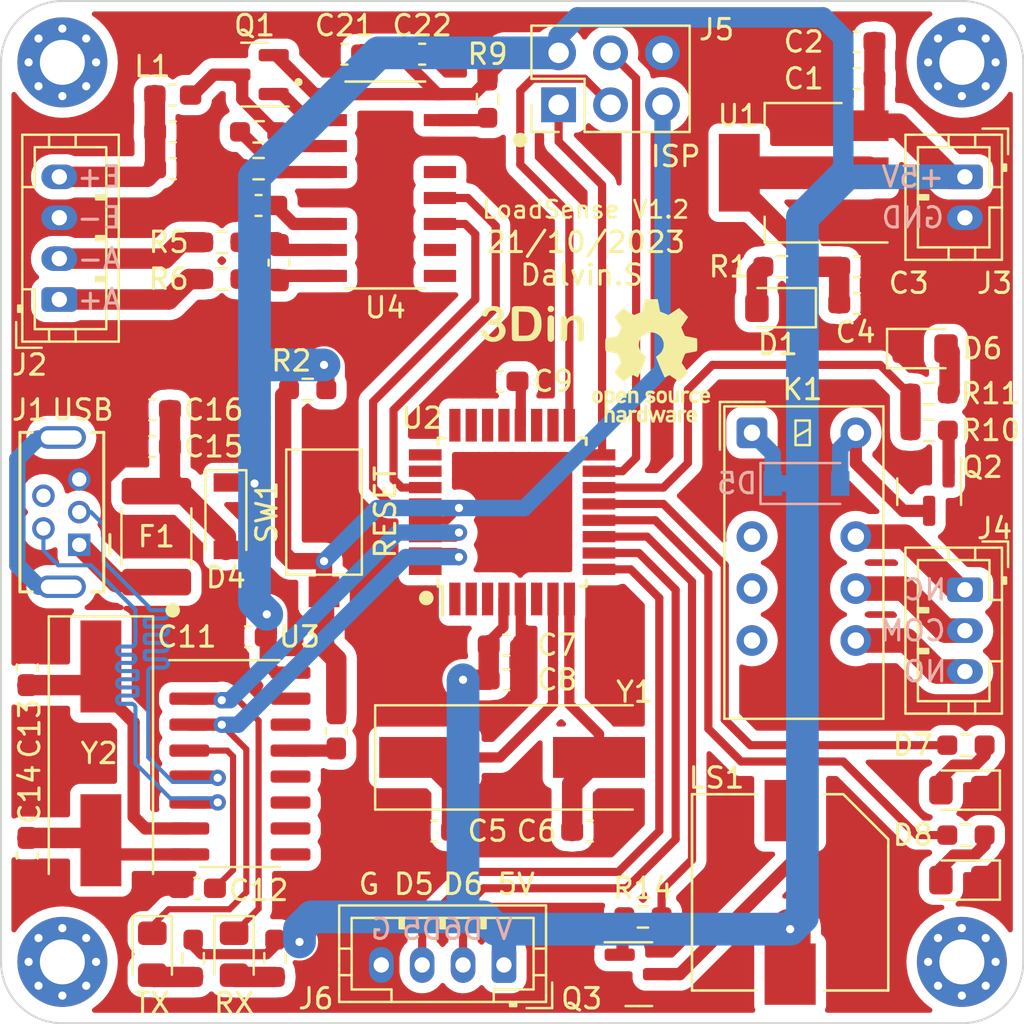
<source format=kicad_pcb>
(kicad_pcb (version 20211014) (generator pcbnew)
  (layers (0 "F.Cu" signal) (31 "B.Cu" signal) (34 "B.Paste" user) (35 "F.Paste" user) (36 "B.SilkS" user "B.Silkscreen") (37 "F.SilkS" user "F.Silkscreen") (38 "B.Mask" user) (39 "F.Mask" user) (44 "Edge.Cuts" user))
  (net 0 "")
  (net 1 "GND")
  (net 2 "+3.3V")
  (net 3 "+5V")
  (net 4 "D3")
  (net 5 "D4")
  (net 6 "PE4")
  (net 7 "PE5")
  (net 8 "Net-(C5-Pad2)")
  (net 9 "Net-(C6-Pad2)")
  (net 10 "D5")
  (net 11 "D6")
  (net 16 "D7")
  (net 19 "D8")
  (net 20 "Net-(C17-Pad2)")
  (net 21 "Net-(C19-Pad2)")
  (net 22 "Net-(C20-Pad1)")
  (net 23 "Net-(C20-Pad2)")
  (net 24 "Net-(J2-Pad1)")
  (net 25 "Net-(J2-Pad2)")
  (net 26 "Net-(L1-Pad2)")
  (net 27 "Net-(Q1-Pad1)")
  (net 30 "Net-(R7-Pad2)")
  (net 31 "Net-(R9-Pad2)")
  (net 33 "D9")
  (net 34 "D10")
  (net 35 "MOSI")
  (net 36 "MISO")
  (net 37 "SCK")
  (net 38 "PE0")
  (net 39 "A6")
  (net 40 "Net-(C9-Pad1)")
  (net 41 "PE2")
  (net 42 "A7")
  (net 43 "A0")
  (net 44 "A1")
  (net 45 "A2")
  (net 46 "A3")
  (net 47 "SDA_A4")
  (net 48 "SCL_A5")
  (net 49 "RST")
  (net 50 "RXD")
  (net 51 "TXD")
  (net 52 "D2")
  (net 53 "VBUS")
  (net 54 "Net-(C12-Pad1)")
  (net 55 "Net-(D1-Pad2)")
  (net 56 "Net-(F1-Pad1)")
  (net 57 "Net-(C13-Pad1)")
  (net 58 "Net-(C14-Pad1)")
  (net 59 "Net-(C10-Pad2)")
  (net 60 "/D-")
  (net 62 "unconnected-(J1-Pad6)")
  (net 63 "/D+")
  (net 64 "Net-(D2-Pad2)")
  (net 65 "Net-(D3-Pad2)")
  (net 66 "Net-(D5-Pad2)")
  (net 67 "Net-(Q2-Pad1)")
  (net 68 "Net-(D6-Pad2)")
  (net 69 "Net-(J4-Pad1)")
  (net 70 "Net-(J4-Pad2)")
  (net 74 "Net-(J4-Pad3)")
  (net 75 "Net-(Q3-Pad1)")
  (net 76 "Net-(LS1-PadN)")
  (net 77 "Net-(D7-Pad2)")
  (net 78 "Net-(D8-Pad2)")
  (footprint "Capacitor_SMD:C_0603_1608Metric_Pad1.08x0.95mm_HandSolder" (layer "F.Cu") (at 128.28625 134.8 -90)
    (fp_text reference "C14")
    (fp_text value "22pF" hide)
  )
  (footprint "Resistor_SMD:R_0603_1608Metric_Pad0.98x0.95mm_HandSolder" (layer "F.Cu") (at 158.4 137.8 180)
    (fp_text reference "R14")
    (fp_text value "1K" hide)
  )
  (footprint "MountingHole:MountingHole_2.2mm_M2_Pad_Via" (layer "F.Cu") (at 130 140)
    (fp_text reference "REF**" hide)
    (fp_text value "MountingHole_2.2mm_M2_Pad_Via" hide)
  )
  (footprint "Capacitor_SMD:C_0603_1608Metric_Pad1.08x0.95mm_HandSolder" (layer "F.Cu") (at 135.4 101.2 180)
    (fp_text reference "C18" hide)
    (fp_text value "0.1uF" hide)
  )
  (footprint "Package_TO_SOT_SMD:SOT-223-3_TabPin2" (layer "F.Cu") (at 166.2625 101.399999 180)
    (fp_text reference "U1")
    (fp_text value "AMS1117-3.3" hide)
  )
  (footprint "MountingHole:MountingHole_2.2mm_M2_Pad_Via" (layer "F.Cu") (at 174 140)
    (fp_text reference "REF**" hide)
    (fp_text value "MountingHole_2.2mm_M2_Pad_Via" hide)
  )
  (footprint "Capacitor_SMD:C_0603_1608Metric_Pad1.08x0.95mm_HandSolder" (layer "F.Cu") (at 151.4 111.6 180)
    (fp_text reference "C9")
    (fp_text value "0.1uF" hide)
  )
  (footprint "LED_SMD:LED_0805_2012Metric_Pad1.15x1.40mm_HandSolder" (layer "F.Cu") (at 172.2 110)
    (fp_text reference "D6")
    (fp_text value "RELAY1" hide)
  )
  (footprint "Connector_PinHeader_2.54mm:PinHeader_2x03_P2.54mm_Vertical" (layer "F.Cu") (at 154.275 98.075 90)
    (fp_text reference "J5")
    (fp_text value "ISP HEADER" hide)
  )
  (footprint "Crystal:Crystal_SMD_HC49-SD" (layer "F.Cu") (at 152 130)
    (fp_text reference "Y1")
    (fp_text value "16MHz" hide)
  )
  (footprint "Capacitor_SMD:C_0603_1608Metric_Pad1.08x0.95mm_HandSolder" (layer "F.Cu") (at 143.8 95.6)
    (fp_text reference "C21")
    (fp_text value "0.1uF" hide)
  )
  (footprint "Package_TO_SOT_SMD:SOT-23" (layer "F.Cu") (at 172.4 117 -90)
    (fp_text reference "Q2")
    (fp_text value "MMBT3904" hide)
  )
  (footprint "Capacitor_SMD:C_0603_1608Metric_Pad1.08x0.95mm_HandSolder" (layer "F.Cu") (at 143.4 128.7 -90)
    (fp_text reference "C10" hide)
    (fp_text value "0.1uF" hide)
  )
  (footprint "Capacitor_SMD:C_0603_1608Metric_Pad1.08x0.95mm_HandSolder" (layer "F.Cu") (at 135.4 99.4 180)
    (fp_text reference "C17" hide)
    (fp_text value "10uF" hide)
  )
  (footprint "Connector_JST:JST_PH_B4B-PH-K_1x04_P2.00mm_Vertical" (layer "F.Cu") (at 151.6 140.15 180)
    (fp_text reference "J6")
    (fp_text value "GPIO" hide)
  )
  (footprint "Connector_JST:JST_PH_B2B-PH-K_1x02_P2.00mm_Vertical" (layer "F.Cu") (at 174.15 101.6 -90)
    (fp_text reference "J3")
    (fp_text value "5VIN" hide)
  )
  (footprint "Resistor_SMD:R_0603_1608Metric_Pad0.98x0.95mm_HandSolder" (layer "F.Cu") (at 165.2 106 180)
    (fp_text reference "R1")
    (fp_text value "1K" hide)
  )
  (footprint "Inductor_SMD:L_0603_1608Metric_Pad1.05x0.95mm_HandSolder" (layer "F.Cu") (at 135.400001 97.6)
    (fp_text reference "L1")
    (fp_text value "3.3uH" hide)
  )
  (footprint "MountingHole:MountingHole_2.2mm_M2_Pad_Via" (layer "F.Cu") (at 174 96)
    (fp_text reference "REF**" hide)
    (fp_text value "MountingHole_2.2mm_M2_Pad_Via" hide)
  )
  (footprint "Package_SO:SOIC-16_3.9x9.9mm_P1.27mm" (layer "F.Cu") (at 138.68625 130.3)
    (fp_text reference "U3")
    (fp_text value "CH340G" hide)
  )
  (footprint "Connector_USB:USB_Mini-B_Tensility_54-00023_Vertical" (layer "F.Cu") (at 130.825 119.6 90)
    (fp_text reference "J1")
    (fp_text value "USB_B_Mini" hide)
  )
  (footprint "Button_Switch_SMD:SW_SPST_CK_RS282G05A3" (layer "F.Cu") (at 142.8 118 90)
    (fp_text reference "SW1")
    (fp_text value "RESET" hide)
  )
  (footprint "Resistor_SMD:R_0603_1608Metric_Pad0.98x0.95mm_HandSolder" (layer "F.Cu") (at 142 112 180)
    (fp_text reference "R2")
    (fp_text value "10K" hide)
  )
  (footprint "Capacitor_SMD:C_0603_1608Metric_Pad1.08x0.95mm_HandSolder" (layer "F.Cu") (at 168.8625 96.8 180)
    (fp_text reference "C1")
    (fp_text value "10uF" hide)
  )
  (footprint "Resistor_SMD:R_0603_1608Metric_Pad0.98x0.95mm_HandSolder" (layer "F.Cu") (at 172.4 114)
    (fp_text reference "R10")
    (fp_text value "1K" hide)
  )
  (footprint "Package_QFP:TQFP-32_7x7mm_P0.8mm" (layer "F.Cu") (at 152 118 90)
    (fp_text reference "U2")
    (fp_text value "LGT8F328P" hide)
  )
  (footprint "SMI-1027-TW-5V-R:PUI_SMI-1027-TW-5V-R" (layer "F.Cu") (at 165.6 136.6 90)
    (fp_text reference "LS1")
    (fp_text value "SMI-1027-TW-5V-R" hide)
  )
  (footprint "Capacitor_SMD:C_0603_1608Metric_Pad1.08x0.95mm_HandSolder" (layer "F.Cu") (at 134.4 113)
    (fp_text reference "C16")
    (fp_text value "10uF" hide)
  )
  (footprint "Crystal:Crystal_SMD_HC49-SD" (layer "F.Cu") (at 131.88625 129.8 -90)
    (fp_text reference "Y2")
    (fp_text value "12MHz" hide)
  )
  (footprint "Resistor_SMD:R_0603_1608Metric_Pad0.98x0.95mm_HandSolder" (layer "F.Cu") (at 174.2 133.8)
    (fp_text reference "R13" hide)
    (fp_text value "1K" hide)
  )
  (footprint "Package_TO_SOT_SMD:SOT-23" (layer "F.Cu") (at 158.2 140.6)
    (fp_text reference "Q3")
    (fp_text value "MMBT3904" hide)
  )
  (footprint "Capacitor_SMD:C_0603_1608Metric_Pad1.08x0.95mm_HandSolder" (layer "F.Cu") (at 147.6 95.6 180)
    (fp_text reference "C22")
    (fp_text value "10uF" hide)
  )
  (footprint "Resistor_SMD:R_0603_1608Metric_Pad0.98x0.95mm_HandSolder" (layer "F.Cu") (at 137.8 104.8)
    (fp_text reference "R5")
    (fp_text value "100" hide)
  )
  (footprint "Capacitor_SMD:C_0603_1608Metric_Pad1.08x0.95mm_HandSolder" (layer "F.Cu") (at 151.717157 126.2 180)
    (fp_text reference "C8")
    (fp_text value "10uF" hide)
  )
  (footprint "Resistor_SMD:R_0603_1608Metric_Pad0.98x0.95mm_HandSolder" (layer "F.Cu") (at 150.800001 97.8 -90)
    (fp_text reference "R9")
    (fp_text value "10K" hide)
  )
  (footprint "Symbol:OSHW-Logo_5.7x6mm_SilkScreen" (layer "F.Cu") (at 158.8 110.6)
    (fp_text reference "REF**" hide)
    (fp_text value "OSHW-Logo_5.7x6mm_SilkScreen" hide)
  )
  (footprint "Resistor_SMD:R_0603_1608Metric_Pad0.98x0.95mm_HandSolder" (layer "F.Cu") (at 136.4 139.825 -90)
    (fp_text reference "R3" hide)
    (fp_text value "1K" hide)
  )
  (footprint "LED_SMD:LED_0805_2012Metric_Pad1.15x1.40mm_HandSolder" (layer "F.Cu") (at 174 131.6 180)
    (fp_text reference "D7")
    (fp_text value "LED1" hide)
  )
  (footprint "LED_SMD:LED_0805_2012Metric_Pad1.15x1.40mm_HandSolder" (layer "F.Cu") (at 134.4 139.625 -90)
    (fp_text reference "D2" hide)
    (fp_text value "RX" hide)
  )
  (footprint "Capacitor_SMD:C_0603_1608Metric_Pad1.08x0.95mm_HandSolder" (layer "F.Cu") (at 155.8 133.6 180)
    (fp_text reference "C6")
    (fp_text value "22pF" hide)
  )
  (footprint "3Din Logo:Logo 8mm" (layer "F.Cu") (at 154.045079 111.441709)
    (fp_text reference "G***" hide)
    (fp_text value "LOGO" hide)
  )
  (footprint "Capacitor_SMD:C_0603_1608Metric_Pad1.08x0.95mm_HandSolder" (layer "F.Cu") (at 139.6 103)
    (fp_text reference "C19" hide)
    (fp_text value "0.1uF" hide)
  )
  (footprint "MountingHole:MountingHole_2.2mm_M2_Pad_Via" (layer "F.Cu") (at 130 96)
    (fp_text reference "REF**" hide)
    (fp_text value "MountingHole_2.2mm_M2_Pad_Via" hide)
  )
  (footprint "LED_SMD:LED_0805_2012Metric_Pad1.15x1.40mm_HandSolder" (layer "F.Cu") (at 138.4 139.625 -90)
    (fp_text reference "D3" hide)
    (fp_text value "TX" hide)
  )
  (footprint "LED_SMD:LED_0805_2012Metric_Pad1.15x1.40mm_HandSolder" (layer "F.Cu") (at 165 108 180)
    (fp_text reference "D1")
    (fp_text value "3.3V" hide)
  )
  (footprint "Capacitor_SMD:C_0603_1608Metric_Pad1.08x0.95mm_HandSolder" (layer "F.Cu") (at 168.8625 106)
    (fp_text reference "C3")
    (fp_text value "0.1uF" hide)
  )
  (footprint "Connector_JST:JST_PH_B4B-PH-K_1x04_P2.00mm_Vertical" (layer "F.Cu") (at 129.85 107.6 90)
    (fp_text reference "J2")
    (fp_text value "4P Load Cell" hide)
  )
  (footprint "Resistor_SMD:R_0603_1608Metric_Pad0.98x0.95mm_HandSolder" (layer "F.Cu") (at 137.8 106.6)
    (fp_text reference "R6")
    (fp_text value "100" hide)
  )
  (footprint "Diode_SMD:D_SOD-123" (layer "F.Cu") (at 138 118.2 -90)
    (fp_text reference "D4")
    (fp_text value "MBR0520" hide)
  )
  (footprint "Package_TO_SOT_SMD:SOT-23" (layer "F.Cu") (at 139.4 96.6 180)
    (fp_text reference "Q1")
    (fp_text value "MMBT4403" hide)
  )
  (footprint "Capacitor_SMD:C_0603_1608Metric_Pad1.08x0.95mm_HandSolder" (layer "F.Cu") (at 139.08625 124.1 180)
    (fp_text reference "C11")
    (fp_text value "0.1uF" hide)
  )
  (footprint "Capacitor_SMD:C_0603_1608Metric_Pad1.08x0.95mm_HandSolder" (layer "F.Cu") (at 134.4 114.8)
    (fp_text reference "C15")
    (fp_text value "0.1uF" hide)
  )
  (footprint "Capacitor_SMD:C_0603_1608Metric_Pad1.08x0.95mm_HandSolder" (layer "F.Cu") (at 168.8625 107.8)
    (fp_text reference "C4")
    (fp_text value "10uF" hide)
  )
  (footprint "Capacitor_SMD:C_0603_1608Metric_Pad1.08x0.95mm_HandSolder" (layer "F.Cu") (at 136.6 136.4 180)
    (fp_text reference "C12")
    (fp_text value "0.1uF" hide)
  )
  (footprint "Fuse:Fuse_1812_4532Metric_Pad1.30x3.40mm_HandSolder" (layer "F.Cu") (at 134.6 119.2 90)
    (fp_text reference "F1")
    (fp_text value "Polyfuse" hide)
  )
  (footprint "Resistor_SMD:R_0603_1608Metric_Pad0.98x0.95mm_HandSolder" (layer "F.Cu") (at 172.4 112.2)
    (fp_text reference "R11")
    (fp_text value "1K" hide)
  )
  (footprint "Resistor_SMD:R_0603_1608Metric_Pad0.98x0.95mm_HandSolder" (layer "F.Cu") (at 174.2 129.4)
    (fp_text reference "R12" hide)
    (fp_text value "1K" hide)
  )
  (footprint "Resistor_SMD:R_0603_1608Metric_Pad0.98x0.95mm_HandSolder" (layer "F.Cu") (at 139.600001 99.4 180)
    (fp_text reference "R7" hide)
    (fp_text value "20K" hide)
  )
  (footprint "Resistor_SMD:R_0603_1608Metric_Pad0.98x0.95mm_HandSolder" (layer "F.Cu") (at 139.600001 101.2 180)
    (fp_text reference "R8" hide)
    (fp_text value "8.2K" hide)
  )
  (footprint "Capacitor_SMD:C_0603_1608Metric_Pad1.08x0.95mm_HandSolder" (layer "F.Cu") (at 151.717157 124.505382 180)
    (fp_text reference "C7")
    (fp_text value "0.1uF" hide)
  )
  (footprint "LED_SMD:LED_0805_2012Metric_Pad1.15x1.40mm_HandSolder" (layer "F.Cu") (at 174 136 180)
    (fp_text reference "D8")
    (fp_text value "LED1" hide)
  )
  (footprint "Capacitor_SMD:C_0603_1608Metric_Pad1.08x0.95mm_HandSolder" (layer "F.Cu") (at 148.2 133.6)
    (fp_text reference "C5")
    (fp_text value "22pF" hide)
  )
  (footprint "HX711:SOP127P600X180-16N" (layer "F.Cu") (at 145.8 102)
    (fp_text reference "U4")
    (fp_text value "HX711" hide)
  )
  (footprint "Capacitor_SMD:C_0603_1608Metric_Pad1.08x0.95mm_HandSolder" (layer "F.Cu") (at 128.28625 125.6 90)
    (fp_text reference "C13")
    (fp_text value "22pF" hide)
  )
  (footprint "Resistor_SMD:R_0603_1608Metric_Pad0.98x0.95mm_HandSolder" (layer "F.Cu") (at 140.4 139.825 -90)
    (fp_text reference "R4" hide)
    (fp_text value "1K" hide)
  )
  (footprint "Relay_THT:Relay_DPDT_Kemet_EC2" (layer "F.Cu") (at 163.7325 114.12)
    (fp_text reference "K1")
    (fp_text value "EC2-5NU" hide)
  )
  (footprint "Capacitor_SMD:C_0603_1608Metric_Pad1.08x0.95mm_HandSolder" (layer "F.Cu") (at 140.6 105.8 90)
    (fp_text reference "C20" hide)
    (fp_text value "0.1uF" hide)
  )
  (footprint "Connector_JST:JST_PH_B3B-PH-K_1x03_P2.00mm_Vertical" (layer "F.Cu") (at 174.15 121.7975 -90)
    (fp_text reference "J4")
    (fp_text value "Z-Stop" hide)
  )
  (footprint "Capacitor_SMD:C_0603_1608Metric_Pad1.08x0.95mm_HandSolder" (layer "F.Cu") (at 168.862501 95 180)
    (fp_text reference "C2")
    (fp_text value "0.1uF" hide)
  )
  (footprint "Diode_SMD:D_SOD-123" (layer "B.Cu") (at 166.4 116.6)
    (fp_text reference "D5")
    (fp_text value "1N4148W" hide)
  )
  (gr_circle (center 152.4 99.8) (end 152.682843 99.8) (layer "F.SilkS") (width 0.15) (fill solid))
  (gr_circle (center 135.4 122.8) (end 135.682843 122.8) (layer "F.SilkS") (width 0.15) (fill solid))
  (gr_circle (center 147.8 122.2) (end 148.082843 122.2) (layer "F.SilkS") (width 0.15) (fill solid))
  (gr_arc (start 177 140) (mid 176.12132 142.12132) (end 174 143) (layer "Edge.Cuts") (width 0.1))
  (gr_line (start 127 96) (end 127 140) (layer "Edge.Cuts") (width 0.1))
  (gr_line (start 130 143) (end 174 143) (layer "Edge.Cuts") (width 0.1))
  (gr_line (start 174 93) (end 130 93) (layer "Edge.Cuts") (width 0.1))
  (gr_line (start 177 140) (end 177 96) (layer "Edge.Cuts") (width 0.1))
  (gr_arc (start 130 143) (mid 127.87868 142.12132) (end 127 140) (layer "Edge.Cuts") (width 0.1))
  (gr_arc (start 127 96) (mid 127.87868 93.87868) (end 130 93) (layer "Edge.Cuts") (width 0.1))
  (gr_arc (start 174 93) (mid 176.12132 93.87868) (end 177 96) (layer "Edge.Cuts") (width 0.1))
  (gr_text "NO\n" (at 172.2 125.8) (layer "B.SilkS") (effects (font (size 1 1)) (justify mirror)))
  (gr_text "A-" (at 131.8 105.6) (layer "B.SilkS") (effects (font (size 1 1)) (justify mirror)))
  (gr_text "A+" (at 131.8 107.6) (layer "B.SilkS") (effects (font (size 1 1)) (justify mirror)))
  (gr_text "NC" (at 172.2 121.8) (layer "B.SilkS") (effects (font (size 1 1)) (justify mirror)))
  (gr_text "E-" (at 131.8 103.6) (layer "B.SilkS") (effects (font (size 1 1)) (justify mirror)))
  (gr_text "COM" (at 171.6 123.8) (layer "B.SilkS") (effects (font (size 1 1)) (justify mirror)))
  (gr_text "G" (at 145.6 138.4) (layer "B.SilkS") (effects (font (size 1 1)) (justify mirror)))
  (gr_text "GND" (at 171.6 103.6) (layer "B.SilkS") (effects (font (size 1 1)) (justify mirror)))
  (gr_text "D5" (at 147.6 138.4) (layer "B.SilkS") (effects (font (size 1 1)) (justify mirror)))
  (gr_text "V" (at 151.6 138.4) (layer "B.SilkS") (effects (font (size 1 1)) (justify mirror)))
  (gr_text "E+" (at 131.8 101.6) (layer "B.SilkS") (effects (font (size 1 1)) (justify mirror)))
  (gr_text "D6" (at 149.6 138.4) (layer "B.SilkS") (effects (font (size 1 1)) (justify mirror)))
  (gr_text "+5V" (at 171.6 101.6) (layer "B.SilkS") (effects (font (size 1 1)) (justify mirror)))
  (gr_text "ISP" (at 160 100.6) (layer "F.SilkS") (effects (font (size 1 1))))
  (gr_text "D6" (at 149.6 136.2) (layer "F.SilkS") (effects (font (size 1 1))))
  (gr_text "TX" (at 134.4 142.025) (layer "F.SilkS") (effects (font (size 1 1))))
  (gr_text "USB\n" (at 131 113) (layer "F.SilkS") (effects (font (size 1 1))))
  (gr_text "G\n" (at 145 136.2) (layer "F.SilkS") (effects (font (size 1 1))))
  (gr_text "RESET" (at 145.8 118 90) (layer "F.SilkS") (effects (font (size 1 1))))
  (gr_text "21/10/2023" (at 155.6 104.8) (layer "F.SilkS") (effects (font (size 1 1))))
  (gr_text "D5\n" (at 147.2 136.2) (layer "F.SilkS") (effects (font (size 1 1))))
  (gr_text "LoadSense V1.2" (at 155.6 103.2) (layer "F.SilkS") (effects (font (size 0.85 0.85) (thickness 0.13))))
  (gr_text "Dalvin.S" (at 155.4 106.4) (layer "F.SilkS") (effects (font (size 1 1))))
  (gr_text "5V" (at 152.2 136.2) (layer "F.SilkS") (effects (font (size 1 1))))
  (gr_text "RX" (at 138.4 142.025) (layer "F.SilkS") (effects (font (size 1 1))))
  (segment (start 133.5375 113) (end 133.5375 114.8) (width 1) (layer "F.Cu") (net 1))
  (segment (start 152.4 122.25) (end 152.424264 122.274264) (width 0.5) (layer "F.Cu") (net 1))
  (segment (start 152.579657 124.505382) (end 152.579657 126.2) (width 1) (layer "F.Cu") (net 1))
  (segment (start 133.4 114.8) (end 133.5375 114.8) (width 1) (layer "F.Cu") (net 1))
  (segment (start 152.424264 124.349989) (end 152.579658 124.505382) (width 0.5) (layer "F.Cu") (net 1))
  (segment (start 152.424264 122.274264) (end 152.424264 124.349989) (width 0.5) (layer "F.Cu") (net 1))
  (segment (start 131.8 116.4) (end 133.4 114.8) (width 1) (layer "F.Cu") (net 1))
  (segment (start 130.825 116.4) (end 131.8 116.4) (width 1) (layer "F.Cu") (net 1))
  (segment (start 169.4125 101.4) (end 163.1125 101.4) (width 1.6) (layer "F.Cu") (net 2))
  (segment (start 168 106) (end 166.1125 106) (width 1) (layer "F.Cu") (net 2))
  (segment (start 166.1125 105.1125) (end 163.1125 102.1125) (width 1) (layer "F.Cu") (net 2))
  (segment (start 168 106.000001) (end 168 107.8) (width 1) (layer "F.Cu") (net 2))
  (segment (start 166.1125 106) (end 166.1125 105.1125) (width 1) (layer "F.Cu") (net 2))
  (segment (start 163.1125 102.649999) (end 163.1125 101.4) (width 1) (layer "F.Cu") (net 2))
  (segment (start 163.1125 102.1125) (end 163.1125 101.4) (width 1) (layer "F.Cu") (net 2))
  (segment (start 170.899999 99.099999) (end 169.4125 99.099999) (width 1.2) (layer "F.Cu") (net 3))
  (segment (start 173.4 101.6) (end 170.899999 99.099999) (width 1.2) (layer "F.Cu") (net 3))
  (segment (start 150.854657 126.2) (end 150.854657 124.505382) (width 1) (layer "F.Cu") (net 3))
  (segment (start 150.1325 97.555) (end 150.8 96.887501) (width 0.6) (layer "F.Cu") (net 3))
  (segment (start 140.44125 125.855) (end 139.94875 125.3625) (width 0.6) (layer "F.Cu") (net 3))
  (segment (start 150.854657 124.345343) (end 150.854657 124.505382) (width 0.5) (layer "F.Cu") (net 3))
  (segment (start 140 123) (end 140 124.04875) (width 1) (layer "F.Cu") (net 3))
  (segment (start 146.7375 95.9375) (end 146.7375 95.6) (width 0.6) (layer "F.Cu") (net 3))
  (segment (start 143.13 97.555) (end 148.47 97.555) (width 0.6) (layer "F.Cu") (net 3))
  (segment (start 140.45 95.65) (end 140.3375 95.65) (width 0.6) (layer "F.Cu") (net 3))
  (segment (start 169.725 95) (end 169.725 96.8) (width 1) (layer "F.Cu") (net 3))
  (segment (start 148.47 97.555) (end 150.1325 97.555) (width 0.6) (layer "F.Cu") (net 3))
  (segment (start 151.665 95.535) (end 154.275 95.535) (width 1) (layer "F.Cu") (net 3))
  (segment (start 142.8 110.8) (end 142.9125 110.9125) (width 0.8) (layer "F.Cu") (net 3))
  (segment (start 140.4 139.225) (end 140.4 138.9125) (width 0.5) (layer "F.Cu") (net 3))
  (segment (start 151.575736 122.274264) (end 151.575736 123.624264) (width 0.5) (layer "F.Cu") (net 3))
  (segment (start 138 116.55) (end 139.35 116.55) (width 0.8) (layer "F.Cu") (net 3))
  (segment (start 174.4 101.6) (end 173.4 101.6) (width 1.2) (layer "F.Cu") (net 3))
  (segment (start 136.4 138.9125) (end 136.4 139.225) (width 0.5) (layer "F.Cu") (net 3))
  (segment (start 143.13 97.555) (end 142.355 97.555) (width 0.6) (layer "F.Cu") (net 3))
  (segment (start 150.800001 96.399999) (end 151.665 95.535) (width 1) (layer "F.Cu") (net 3))
  (segment (start 142.355 97.555) (end 140.45 95.65) (width 0.6) (layer "F.Cu") (net 3))
  (segment (start 140 139.625) (end 140.4 139.225) (width 0.5) (layer "F.Cu") (net 3))
  (segment (start 169.725 96.8) (end 169.725 98.7875) (width 1) (layer "F.Cu") (net 3))
  (segment (start 151.575736 123.624264) (end 150.854657 124.345343) (width 0.5) (layer "F.Cu") (net 3))
  (segment (start 139.94875 125.3625) (end 139.94875 124.1) (width 0.6) (layer "F.Cu") (net 3))
  (segment (start 169.725 98.7875) (end 169.4125 99.1) (width 1) (layer "F.Cu") (net 3))
  (segment (start 165.6 138.4) (end 165.6 140.6) (width 2) (layer "F.Cu") (net 3))
  (segment (start 139.35 116.55) (end 139.4 116.6) (width 0.8) (layer "F.Cu") (net 3))
  (segment (start 149.6 126.2) (end 150.854657 126.2) (width 1) (layer "F.Cu") (net 3))
  (segment (start 144.6625 95.6) (end 146.7375 95.6) (width 1) (layer "F.Cu") (net 3))
  (segment (start 136.8 139.625) (end 140 139.625) (width 0.5) (layer "F.Cu") (net 3))
  (segment (start 141.16125 125.855) (end 140.44125 125.855) (width 0.6) (layer "F.Cu") (net 3))
  (segment (start 136.4 139.225) (end 136.8 139.625) (width 0.5) (layer "F.Cu") (net 3))
  (segment (start 150.800001 96.8875) (end 150.800001 96.399999) (width 1) (layer "F.Cu") (net 3))
  (segment (start 141.6 139.025) (end 141.4875 138.9125) (width 0.5) (layer "F.Cu") (net 3))
  (segment (start 141.4875 138.9125) (end 140.4 138.9125) (width 0.5) (layer "F.Cu") (net 3))
  (segment (start 148.355 97.555) (end 146.7375 95.9375) (width 0.6) (layer "F.Cu") (net 3))
  (segment (start 148.47 97.555) (end 148.355 97.555) (width 0.6) (layer "F.Cu") (net 3))
  (segment (start 142.9125 110.9125) (end 142.9125 112) (width 0.8) (layer "F.Cu") (net 3))
  (segment (start 151.6 122.25) (end 151.575736 122.274264) (width 0.5) (layer "F.Cu") (net 3))
  (segment (start 140 124.04875) (end 139.94875 124.1) (width 1) (layer "F.Cu") (net 3))
  (via (at 165.6 138.4) (size 0.8) (drill 0.4) (layers "F.Cu" "B.Cu") (net 3))
  (via (at 142.8 110.8) (size 0.8) (drill 0.4) (layers "F.Cu" "B.Cu") (net 3))
  (via (at 149.6 126.2) (size 0.8) (drill 0.4) (layers "F.Cu" "B.Cu") (net 3))
  (via (at 140 123) (size 0.8) (drill 0.4) (layers "F.Cu" "B.Cu") (net 3))
  (via (at 141.6 139.025) (size 0.8) (drill 0.4) (layers "F.Cu" "B.Cu") (net 3))
  (via (at 139.4 116.6) (size 0.8) (drill 0.4) (layers "F.Cu" "B.Cu") (net 3))
  (segment (start 167.2 93.8) (end 168.2 94.8) (width 1) (layer "B.Cu") (net 3))
  (segment (start 154.275 94.725) (end 155.2 93.8) (width 1) (layer "B.Cu") (net 3))
  (segment (start 139.4 116.6) (end 139.4 122.4) (width 1.6) (layer "B.Cu") (net 3))
  (segment (start 141.6 138.4) (end 141.6 139.025) (width 1.6) (layer "B.Cu") (net 3))
  (segment (start 164.75 116.6) (end 164.75 115.1375) (width 0.8) (layer "B.Cu") (net 3))
  (segment (start 151.2 138.4) (end 150.6 137.8) (width 1.6) (layer "B.Cu") (net 3))
  (segment (start 139.4 122.4) (end 140 123) (width 1.6) (layer "B.Cu") (net 3))
  (segment (start 145.465 95.535) (end 154.275 95.535) (width 1.6) (layer "B.Cu") (net 3))
  (segment (start 166.2 103.6) (end 166.2 117) (width 1.6) (layer "B.Cu") (net 3))
  (segment (start 165.6 138.4) (end 166.2 137.8) (width 1.6) (layer "B.Cu") (net 3))
  (segment (start 150.6 137.8) (end 142.2 137.8) (width 1.6) (layer "B.Cu") (net 3))
  (segment (start 139.4 113.4) (end 139.4 110.8) (width 1.6) (layer "B.Cu") (net 3))
  (segment (start 149.6 126.2) (end 149.6 137.4) (width 1.6) (layer "B.Cu") (net 3))
  (segment (start 139.4 110.8) (end 139.4 101.6) (width 1.6) (layer "B.Cu") (net 3))
  (segment (start 151.6 138.8) (end 151.2 138.4) (width 1.2) (layer "B.Cu") (net 3))
  (segment (start 139.4 113.4) (end 139.4 116.6) (width 1.6) (layer "B.Cu") (net 3))
  (segment (start 168.2 101.6) (end 166.2 103.6) (width 1.6) (layer "B.Cu") (net 3))
  (segment (start 151.6 140.15) (end 151.6 138.8) (width 1.2) (layer "B.Cu") (net 3))
  (segment (start 142.2 137.8) (end 141.6 138.4) (width 1.6) (layer "B.Cu") (net 3))
  (segment (start 174.15 101.6) (end 168.2 101.6) (width 1.2) (layer "B.Cu") (net 3))
  (segment (start 168.2 94.8) (end 168.2 101.6) (width 1) (layer "B.Cu") (net 3))
  (segment (start 165.6 138.4) (end 151.2 138.4) (width 1.6) (layer "B.Cu") (net 3))
  (segment (start 164.75 116.6) (end 165.8 116.6) (width 0.8) (layer "B.Cu") (net 3))
  (segment (start 164.75 115.1375) (end 163.7325 114.12) (width 0.8) (layer "B.Cu") (net 3))
  (segment (start 166.2 137.8) (end 166.2 117) (width 1.6) (layer "B.Cu") (net 3))
  (segment (start 139.4 101.6) (end 145.465 95.535) (width 1.6) (layer "B.Cu") (net 3))
  (segment (start 154.275 95.535) (end 154.275 94.725) (width 1) (layer "B.Cu") (net 3))
  (segment (start 139.4 110.8) (end 142.8 110.8) (width 1.6) (layer "B.Cu") (net 3))
  (segment (start 155.2 93.8) (end 167.2 93.8) (width 1) (layer "B.Cu") (net 3))
  (segment (start 151.4 130) (end 147.75 130) (width 0.5) (layer "F.Cu") (net 8))
  (segment (start 154 127.4) (end 151.4 130) (width 0.5) (layer "F.Cu") (net 8))
  (segment (start 149.0625 131.3125) (end 147.75 130) (width 1) (layer "F.Cu") (net 8))
  (segment (start 154 127.4) (end 154 122.25) (width 0.5) (layer "F.Cu") (net 8))
  (segment (start 149.0625 133.6) (end 149.0625 131.3125) (width 1) (layer "F.Cu") (net 8))
  (segment (start 156.25 128.85) (end 156.25 130) (width 0.5) (layer "F.Cu") (net 9))
  (segment (start 154.9375 133.6) (end 154.9375 131.3125) (width 1) (layer "F.Cu") (net 9))
  (segment (start 154.9375 131.3125) (end 156.25 130) (width 1) (layer "F.Cu") (net 9))
  (segment (start 154.8 122.25) (end 154.8 127.4) (width 0.5) (layer "F.Cu") (net 9))
  (segment (start 154.8 127.4) (end 156.25 128.85) (width 0.5) (layer "F.Cu") (net 9))
  (segment (start 150.2 135.6) (end 157.2 135.6) (width 0.4) (layer "F.Cu") (net 10))
  (segment (start 159.2 133.6) (end 159.2 122.2) (width 0.4) (layer "F.Cu") (net 10))
  (segment (start 159.2 122.2) (end 157.8 120.8) (width 0.4) (layer "F.Cu") (net 10))
  (segment (start 157.8 120.8) (end 156.25 120.8) (width 0.4) (layer "F.Cu") (net 10))
  (segment (start 147.6 138.2) (end 150.2 135.6) (width 0.4) (layer "F.Cu") (net 10))
  (segment (start 157.2 135.6) (end 159.2 133.6) (width 0.4) (layer "F.Cu") (net 10))
  (segment (start 147.6 140.2) (end 147.6 138.2) (width 0.4) (layer "F.Cu") (net 10))
  (segment (start 157.6 136.4) (end 160 134) (width 0.4) (layer "F.Cu") (net 11))
  (segment (start 150.6 136.4) (end 157.6 136.4) (width 0.4) (layer "F.Cu") (net 11))
  (segment (start 160 134) (end 160 121.8) (width 0.4) (layer "F.Cu") (net 11))
  (segment (start 160 121.8) (end 158.2 120) (width 0.4) (layer "F.Cu") (net 11))
  (segment (start 149.6 137.4) (end 150.6 136.4) (width 0.4) (layer "F.Cu") (net 11))
  (segment (start 158.2 120) (end 156.25 120) (width 0.4) (layer "F.Cu") (net 11))
  (segment (start 149.6 140.2) (end 149.6 137.4) (width 0.4) (layer "F.Cu") (net 11))
  (segment (start 159.3125 137.8) (end 159.3125 136.4875) (width 0.4) (layer "F.Cu") (net 16))
  (segment (start 158.6 119.2) (end 156.25 119.2) (width 0.4) (layer "F.Cu") (net 16))
  (segment (start 160.8 121.4) (end 158.6 119.2) (width 0.4) (layer "F.Cu") (net 16))
  (segment (start 160.8 135) (end 160.8 121.4) (width 0.4) (layer "F.Cu") (net 16))
  (segment (start 159.3125 136.4875) (end 160.8 135) (width 0.4) (layer "F.Cu") (net 16))
  (segment (start 161.6 121) (end 161.6 128.6) (width 0.4) (layer "F.Cu") (net 19))
  (segment (start 163.2 130.2) (end 168.2 130.2) (width 0.4) (layer "F.Cu") (net 19))
  (segment (start 159 118.4) (end 161.6 121) (width 0.4) (layer "F.Cu") (net 19))
  (segment (start 161.6 128.6) (end 163.2 130.2) (width 0.4) (layer "F.Cu") (net 19))
  (segment (start 171.8 133.8) (end 173.2875 133.8) (width 0.4) (layer "F.Cu") (net 19))
  (segment (start 156.25 118.4) (end 159 118.4) (width 0.4) (layer "F.Cu") (net 19))
  (segment (start 168.2 130.2) (end 171.8 133.8) (width 0.4) (layer "F.Cu") (net 19))
  (segment (start 134.525 97.6) (end 134.525 99.3875) (width 1) (layer "F.Cu") (net 20))
  (segment (start 129.85 101.6) (end 134.1375 101.6) (width 1) (layer "F.Cu") (net 20))
  (segment (start 134.525 99.3875) (end 134.5375 99.4) (width 1) (layer "F.Cu") (net 20))
  (segment (start 134.5375 101.200001) (end 134.5375 99.4) (width 1) (layer "F.Cu") (net 20))
  (segment (start 134.1375 101.6) (end 134.5375 101.2) (width 1) (layer "F.Cu") (net 20))
  (segment (start 140.4625 103.0625) (end 140.4625 103) (width 0.6) (layer "F.Cu") (net 21))
  (segment (start 141.305 103.905) (end 140.4625 103.0625) (width 0.6) (layer "F.Cu") (net 21))
  (segment (start 143.130001 103.905) (end 141.305 103.905) (width 0.6) (layer "F.Cu") (net 21))
  (segment (start 140.5375 106.6) (end 140.599999 106.662499) (width 1) (layer "F.Cu") (net 22))
  (segment (start 143.13 106.445001) (end 140.8175 106.445) (width 0.6) (layer "F.Cu") (net 22))
  (segment (start 140.8175 106.445) (end 140.599999 106.662499) (width 0.6) (layer "F.Cu") (net 22))
  (segment (start 138.7125 106.6) (end 140.5375 106.6) (width 1) (layer "F.Cu") (net 22))
  (segment (start 143.13 105.175) (end 140.8375 105.175) (width 0.6) (layer "F.Cu") (net 23))
  (segment (start 140.4625 104.8) (end 140.6 104.9375) (width 1) (layer "F.Cu") (net 23))
  (segment (start 138.7125 104.8) (end 140.4625 104.8) (width 1) (layer "F.Cu") (net 23))
  (segment (start 140.8375 105.175) (end 140.6 104.9375) (width 0.6) (layer "F.Cu") (net 23))
  (segment (start 136.2 106.6) (end 135.2 107.6) (width 1) (layer "F.Cu") (net 24))
  (segment (start 136.8875 106.6) (end 136.2 106.6) (width 1) (layer "F.Cu") (net 24))
  (segment (start 135.2 107.6) (end 129.85 107.6) (width 1) (layer "F.Cu") (net 24))
  (segment (start 135.8 104.8) (end 135 105.6) (width 1) (layer "F.Cu") (net 25))
  (segment (start 136.8875 104.8) (end 135.8 104.8) (width 1) (layer "F.Cu") (net 25))
  (segment (start 135 105.6) (end 129.85 105.6) (width 1) (layer "F.Cu") (net 25))
  (segment (start 140.5125 99.4) (end 140.4 99.4) (width 0.6) (layer "F.Cu") (net 26))
  (segment (start 141.2075 100.095) (end 140.5125 99.4) (width 0.6) (layer "F.Cu") (net 26))
  (segment (start 137.4 96.6) (end 136.6 97.4) (width 0.6) (layer "F.Cu") (net 26))
  (segment (start 138.4625 96.6) (end 137.4 96.6) (width 0.6) (layer "F.Cu") (net 26))
  (segment (start 138.8 96.9375) (end 138.4625 96.6) (width 0.6) (layer "F.Cu") (net 26))
  (segment (start 138.8 97.8) (end 138.8 96.9375) (width 0.6) (layer "F.Cu") (net 26))
  (segment (start 143.13 100.095001) (end 141.2075 100.095) (width 0.6) (layer "F.Cu") (net 26))
  (segment (start 140.4 99.4) (end 138.8 97.8) (width 0.6) (layer "F.Cu") (net 26))
  (segment (start 143.13 98.825) (end 142.025 98.825) (width 0.6) (layer "F.Cu") (net 27))
  (segment (start 140.75 97.55) (end 140.3375 97.549999) (width 0.6) (layer "F.Cu") (net 27))
  (segment (start 142.025 98.825) (end 140.75 97.55) (width 0.6) (layer "F.Cu") (net 27))
  (segment (start 138.6875 99.4) (end 138.712499 99.4) (width 0.6) (layer "F.Cu") (net 30))
  (segment (start 143.13 101.365) (end 140.6775 101.365) (width 0.6) (layer "F.Cu") (net 30))
  (segment (start 140.6775 101.365) (end 140.5125 101.200001) (width 0.6) (layer "F.Cu") (net 30))
  (segment (start 138.712499 99.4) (end 140.5125 101.200001) (width 0.6) (layer "F.Cu") (net 30))
  (segment (start 148.47 98.825) (end 150.687501 98.825) (width 0.6) (layer "F.Cu") (net 31))
  (segment (start 150.687501 98.825) (end 150.800001 98.7125) (width 0.6) (layer "F.Cu") (net 31))
  (segment (start 162.4 120.6) (end 162.4 128.15) (width 0.4) (layer "F.Cu") (net 33))
  (segment (start 163.65 129.4) (end 173.2875 129.4) (width 0.4) (layer "F.Cu") (net 33))
  (segment (start 159.4 117.6) (end 162.4 120.6) (width 0.4) (layer "F.Cu") (net 33))
  (segment (start 162.4 128.15) (end 163.65 129.4) (width 0.4) (layer "F.Cu") (net 33))
  (segment (start 156.25 117.6) (end 159.4 117.6) (width 0.4) (layer "F.Cu") (net 33))
  (segment (start 160.6 115.6) (end 160.6 112) (width 0.4) (layer "F.Cu") (net 34))
  (segment (start 171.4 112.2) (end 171.4875 112.2) (width 0.4) (layer "F.Cu") (net 34))
  (segment (start 170 110.8) (end 171.4 112.2) (width 0.4) (layer "F.Cu") (net 34))
  (segment (start 160.6 112) (end 161.8 110.8) (width 0.4) (layer "F.Cu") (net 34))
  (segment (start 161.8 110.8) (end 170 110.8) (width 0.4) (layer "F.Cu") (net 34))
  (segment (start 159.4 116.8) (end 160.6 115.6) (width 0.4) (layer "F.Cu") (net 34))
  (segment (start 171.4875 114) (end 171.4875 112.2) (width 1) (layer "F.Cu") (net 34))
  (segment (start 156.25 116.8) (end 159.4 116.8) (width 0.4) (layer "F.Cu") (net 34))
  (segment (start 157.4 116) (end 156.25 116) (width 0.4) (layer "F.Cu") (net 35))
  (segment (start 158.065 115.335) (end 157.4 116) (width 0.4) (layer "F.Cu") (net 35))
  (segment (start 158.065 96.785) (end 158.065 115.335) (width 0.4) (layer "F.Cu") (net 35))
  (segment (start 156.815 95.535) (end 158.065 96.785) (width 0.4) (layer "F.Cu") (net 35))
  (segment (start 154.275 99.875) (end 156.4 102) (width 0.4) (layer "F.Cu") (net 36))
  (segment (start 156.4 115.05) (end 156.25 115.2) (width 0.4) (layer "F.Cu") (net 36))
  (segment (start 156.4 102) (end 156.4 115.05) (width 0.4) (layer "F.Cu") (net 36))
  (segment (start 154.275 98.075) (end 154.275 99.875) (width 0.4) (layer "F.Cu") (net 36))
  (segment (start 154.8 103.4) (end 154.8 113.75) (width 0.4) (layer "F.Cu") (net 37))
  (segment (start 156.815 98.075) (end 155.54 96.8) (width 0.4) (layer "F.Cu") (net 37))
  (segment (start 155.54 96.8) (end 153 96.8) (width 0.4) (layer "F.Cu") (net 37))
  (segment (start 153 96.8) (end 152.4 97.4) (width 0.4) (layer "F.Cu") (net 37))
  (segment (start 152.4 97.4) (end 152.4 101) (width 0.4) (layer "F.Cu") (net 37))
  (segment (start 152.4 101) (end 154.8 103.4) (width 0.4) (layer "F.Cu") (net 37))
  (segment (start 152.4 113.75) (end 152.424264 113.725736) (width 0.5) (layer "F.Cu") (net 40))
  (segment (start 152.424264 113.725736) (end 152.424264 111.650011) (width 0.5) (layer "F.Cu") (net 40))
  (segment (start 149.835 102.635) (end 148.47 102.635) (width 0.4) (layer "F.Cu") (net 47))
  (segment (start 146.2 113) (end 151.2 108) (width 0.4) (layer "F.Cu") (net 47))
  (segment (start 147.75 116.8) (end 146.6 116.8) (width 0.4) (layer "F.Cu") (net 47))
  (segment (start 146.2 116.4) (end 146.2 113) (width 0.4) (layer "F.Cu") (net 47))
  (segment (start 151.2 108) (end 151.2 104) (width 0.4) (layer "F.Cu") (net 47))
  (segment (start 151.2 104) (end 149.835 102.635) (width 0.4) (layer "F.Cu") (net 47))
  (segment (start 146.6 116.8) (end 146.2 116.4) (width 0.4) (layer "F.Cu") (net 47))
  (segment (start 147.75 117.6) (end 146 117.6) (width 0.4) (layer "F.Cu") (net 48))
  (segment (start 149.705 103.905) (end 148.47 103.905) (width 0.4) (layer "F.Cu") (net 48))
  (segment (start 150.2 104.4) (end 149.705 103.905) (width 0.4) (layer "F.Cu") (net 48))
  (segment (start 146 117.6) (end 145.2 116.8) (width 0.4) (layer "F.Cu") (net 48))
  (segment (start 150.2 107.6) (end 150.2 104.4) (width 0.4) (layer "F.Cu") (net 48))
  (segment (start 145.2 112.6) (end 150.2 107.6) (width 0.4) (layer "F.Cu") (net 48))
  (segment (start 145.2 116.8) (end 145.2 112.6) (width 0.4) (layer "F.Cu") (net 48))
  (segment (start 142.8 123.8) (end 142.8 121.9) (width 1) (layer "F.Cu") (net 49))
  (segment (start 141.2 120.4) (end 142.8 120.4) (width 0.8) (layer "F.Cu") (net 49))
  (segment (start 142.8 124.6) (end 142.8 123.8) (width 1) (layer "F.Cu") (net 49))
  (segment (start 140.8 120) (end 141.2 120.4) (width 0.8) (layer "F.Cu") (net 49))
  (segment (start 141.0875 112) (end 140.8 112.2875) (width 0.8) (layer "F.Cu") (net 49))
  (segment (start 142.8 120.4) (end 142.8 121.9) (width 0.8) (layer "F.Cu") (net 49))
  (segment (start 140.8 112.2875) (end 140.8 120) (width 0.8) (layer "F.Cu") (net 49))
  (segment (start 148.8 118.4) (end 149.4 117.8) (width 0.4) (layer "F.Cu") (net 49))
  (segment (start 143.4 125.2) (end 142.8 124.6) (width 1) (layer "F.Cu") (net 49))
  (segment (start 147.75 118.4) (end 148.8 118.4) (width 0.4) (layer "F.Cu") (net 49))
  (segment (start 143.4 127.8375) (end 143.4 125.2) (width 1) (layer "F.Cu") (net 49))
  (via (at 149.4 117.8) (size 0.8) (drill 0.4) (layers "F.Cu" "B.Cu") (net 49))
  (via (at 142.8 120.4) (size 0.8) (drill 0.4) (layers "F.Cu" "B.Cu") (net 49))
  (segment (start 142.8 120.4) (end 145.4 117.8) (width 0.8) (layer "B.Cu") (net 49))
  (segment (start 159.355 111.045) (end 152.6 117.8) (width 0.8) (layer "B.Cu") (net 49))
  (segment (start 145.4 117.8) (end 149.4 117.8) (width 0.8) (layer "B.Cu") (net 49))
  (segment (start 159.355 98.075) (end 159.355 111.045) (width 0.8) (layer "B.Cu") (net 49))
  (segment (start 152.6 117.8) (end 149.4 117.8) (width 0.8) (layer "B.Cu") (net 49))
  (segment (start 139.6 137.4) (end 139.6 128.2) (width 0.3) (layer "F.Cu") (net 50))
  (segment (start 147.75 119.2) (end 149.2 119.2) (width 0.5) (layer "F.Cu") (net 50))
  (segment (start 136.21125 127.125) (end 137.725 127.125) (width 0.6) (layer "F.Cu") (net 50))
  (segment (start 138.6 127.2) (end 137.8 127.2) (width 0.3) (layer "F.Cu") (net 50))
  (segment (start 137.725 127.125) (end 137.8 127.2) (width 0.6) (layer "F.Cu") (net 50))
  (segment (start 138.4 138.6) (end 139.6 137.4) (width 0.3) (layer "F.Cu") (net 50))
  (segment (start 149.2 119.2) (end 149.4 119) (width 0.5) (layer "F.Cu") (net 50))
  (segment (start 139.6 128.2) (end 138.6 127.2) (width 0.3) (layer "F.Cu") (net 50))
  (via (at 137.8 127.2) (size 0.8) (drill 0.4) (layers "F.Cu" "B.Cu") (net 50))
  (via (at 149.4 119) (size 0.8) (drill 0.4) (layers "F.Cu" "B.Cu") (net 50))
  (segment (start 138.2 127.2) (end 146.4 119) (width 0.8) (layer "B.Cu") (net 50))
  (segment (start 146.4 119) (end 149.4 119) (width 0.8) (layer "B.Cu") (net 50))
  (segment (start 137.8 127.2) (end 138.2 127.2) (width 0.8) (layer "B.Cu") (net 50))
  (segment (start 137.795 128.395) (end 137.8 128.4) (width 0.6) (layer "F.Cu") (net 51))
  (segment (start 134.4 138.6) (end 134.4 138.225) (width 0.3) (layer "F.Cu") (net 51))
  (segment (start 139 136.6) (end 139 129.6) (width 0.3) (layer "F.Cu") (net 51))
  (segment (start 134.4 138.225) (end 135.2 137.425) (width 0.3) (layer "F.Cu") (net 51))
  (segment (start 135.2 137.425) (end 138.175 137.425) (width 0.3) (layer "F.Cu") (net 51))
  (segment (start 136.21125 128.395) (end 137.795 128.395) (width 0.6) (layer "F.Cu") (net 51))
  (segment (start 138.175 137.425) (end 139 136.6) (width 0.3) (layer "F.Cu") (net 51))
  (segment (start 149.2 120) (end 149.4 120.2) (width 0.5) (layer "F.Cu") (net 51))
  (segment (start 139 129.6) (end 137.8 128.4) (width 0.3) (layer "F.Cu") (net 51))
  (segment (start 147.75 120) (end 149.2 120) (width 0.5) (layer "F.Cu") (net 51))
  (via (at 137.8 128.4) (size 0.8) (drill 0.4) (layers "F.Cu" "B.Cu") (net 51))
  (via (at 149.4 120.2) (size 0.8) (drill 0.4) (layers "F.Cu" "B.Cu") (net 51))
  (segment (start 138.6 128.4) (end 146.8 120.2) (width 0.8) (layer "B.Cu") (net 51))
  (segment (start 137.8 128.4) (end 138.6 128.4) (width 0.8) (layer "B.Cu") (net 51))
  (segment (start 146.8 120.2) (end 149.4 120.2) (width 0.8) (layer "B.Cu") (net 51))
  (segment (start 135.2625 116.4625) (end 138 119.2) (width 1) (layer "F.Cu") (net 53))
  (segment (start 135.2625 113) (end 135.2625 116.4625) (width 1) (layer "F.Cu") (net 53))
  (segment (start 138 119.2) (end 138 119.85) (width 1) (layer "F.Cu") (net 53))
  (segment (start 136.21125 129.665) (end 138.065 129.665) (width 0.3) (layer "F.Cu") (net 54))
  (segment (start 138.35 135.5125) (end 137.4625 136.4) (width 0.3) (layer "F.Cu") (net 54))
  (segment (start 138.065 129.665) (end 138.35 129.95) (width 0.3) (layer "F.Cu") (net 54))
  (segment (start 138.35 129.95) (end 138.35 135.5125) (width 0.3) (layer "F.Cu") (net 54))
  (segment (start 163.975 106.3125) (end 164.2875 106) (width 1) (layer "F.Cu") (net 55))
  (segment (start 163.975 108) (end 163.975 106.3125) (width 1) (layer "F.Cu") (net 55))
  (segment (start 130.825 119.6) (end 132.65 121.425) (width 1) (layer "F.Cu") (net 56))
  (segment (start 132.65 121.425) (end 134.4 121.425) (width 1) (layer "F.Cu") (net 56))
  (segment (start 131.47375 126.4625) (end 131.88625 126.05) (width 1) (layer "F.Cu") (net 57))
  (segment (start 133.48625 132.9) (end 134.06125 133.475) (width 0.6) (layer "F.Cu") (net 57))
  (segment (start 134.06125 133.475) (end 136.21125 133.475) (width 0.6) (layer "F.Cu") (net 57))
  (segment (start 128.28625 126.4625) (end 131.47375 126.4625) (width 1) (layer "F.Cu") (net 57))
  (segment (start 133.48625 128.28625) (end 133.48625 132.9) (width 0.6) (layer "F.Cu") (net 57))
  (segment (start 131.88625 126.05) (end 131.88625 126.68625) (width 0.6) (layer "F.Cu") (net 57))
  (segment (start 131.88625 127.3) (end 131.88625 126.05) (width 0.6) (layer "F.Cu") (net 57))
  (segment (start 131.88625 126.68625) (end 133.48625 128.28625) (width 0.6) (layer "F.Cu") (net 57))
  (segment (start 132.08125 134.745) (end 131.88625 134.55) (width 0.6) (layer "F.Cu") (net 58))
  (segment (start 128.28625 133.9375) (end 131.27375 133.9375) (width 1) (layer "F.Cu") (net 58))
  (segment (start 136.21125 134.745) (end 132.08125 134.745) (width 0.6) (layer "F.Cu") (net 58))
  (segment (start 131.27375 133.9375) (end 131.88625 134.55) (width 1) (layer "F.Cu") (net 58))
  (segment (start 141.16125 129.665) (end 143.38375 129.665) (width 0.6) (layer "F.Cu") (net 59))
  (segment (start 137.6 132.2) (end 137.595 132.205) (width 0.6) (layer "F.Cu") (net 60))
  (segment (start 137.595 132.205) (end 136.21125 132.205) (width 0.6) (layer "F.Cu") (net 60))
  (via (at 137.6 132.2) (size 0.8) (drill 0.4) (layers "F.Cu" "B.Cu") (net 60))
  (segment (start 133.375 124.575) (end 132.874023 124.575) (width 0.2) (layer "B.Cu") (net 60))
  (segment (start 133.575 126.175) (end 132.874023 126.175) (width 0.2) (layer "B.Cu") (net 60))
  (segment (start 129.075 119.875) (end 129.8 120.6) (width 0.2) (layer "B.Cu") (net 60))
  (segment (start 129.8 120.6) (end 131.4 120.6) (width 0.2) (layer "B.Cu") (net 60))
  (segment (start 129.075 118.8) (end 129.075 119.875) (width 0.2) (layer "B.Cu") (net 60))
  (segment (start 133.575 126.575) (end 133.625489 126.575) (width 0.2) (layer "B.Cu") (net 60))
  (segment (start 133.675977 125.825488) (end 133.675977 126.124512) (width 0.2) (layer "B.Cu") (net 60))
  (segment (start 132.874023 127.375) (end 133.375 127.375) (width 0.2) (layer "B.Cu") (net 60))
  (segment (start 133.375 125.775) (end 133.625489 125.775) (width 0.2) (layer "B.Cu") (net 60))
  (segment (start 133.575 130.2932) (end 135.2818 132) (width 0.2) (layer "B.Cu") (net 60))
  (segment (start 132.874023 124.975) (end 133.375 124.975) (width 0.2) (layer "B.Cu") (net 60))
  (segment (start 133.675977 126.625488) (end 133.675977 126.924512) (width 0.2) (layer "B.Cu") (net 60))
  (segment (start 133.625489 126.975) (end 133.575 126.975) (width 0.2) (layer "B.Cu") (net 60))
  (segment (start 135.2818 132) (end 137.4 132) (width 0.2) (layer "B.Cu") (net 60))
  (segment (start 133.575 122.775) (end 133.575 124.375) (width 0.2) (layer "B.Cu") (net 60))
  (segment (start 132.874023 125.775) (end 133.375 125.775) (width 0.2) (layer "B.Cu") (net 60))
  (segment (start 133.575 127.575) (end 133.575 128.234805) (width 0.2) (layer "B.Cu") (net 60))
  (segment (start 133.575 128.234805) (end 133.575 130.2932) (width 0.2) (layer "B.Cu") (net 60))
  (segment (start 131.4 120.6) (end 133.575 122.775) (width 0.2) (layer "B.Cu") (net 60))
  (segment (start 132.874023 126.575) (end 133.575 126.575) (width 0.2) (layer "B.Cu") (net 60))
  (segment (start 133.575 126.975) (end 132.874023 126.975) (width 0.2) (layer "B.Cu") (net 60))
  (segment (start 133.625489 126.175) (end 133.575 126.175) (width 0.2) (layer "B.Cu") (net 60))
  (segment (start 137.4 132) (end 137.6 132.2) (width 0.2) (layer "B.Cu") (net 60))
  (segment (start 133.375 125.375) (end 132.874023 125.375) (width 0.2) (layer "B.Cu") (net 60))
  (arc (start 132.874023 126.975) (mid 132.732602 127.033579) (end 132.674023 127.175) (width 0.2) (layer "B.Cu") (net 60))
  (arc (start 133.575 124.375) (mid 133.516421 124.516421) (end 133.375 124.575) (width 0.2) (layer "B.Cu") (net 60))
  (arc (start 132.674023 124.775) (mid 132.732602 124.916421) (end 132.874023 124.975) (width 0.2) (layer "B.Cu") (net 60))
  (arc (start 133.675977 126.924512) (mid 133.661189 126.960212) (end 133.625489 126.975) (width 0.2) (layer "B.Cu") (net 60))
  (arc (start 132.874023 125.375) (mid 132.732602 125.433579) (end 132.674023 125.575) (width 0.2) (layer "B.Cu") (net 60))
  (arc (start 133.375 124.975) (mid 133.516421 125.033579) (end 133.575 125.175) (width 0.2) (layer "B.Cu") (net 60))
  (arc (start 132.674023 125.575) (mid 132.732602 125.716421) (end 132.874023 125.775) (width 0.2) (layer "B.Cu") (net 60))
  (arc (start 132.874023 126.175) (mid 132.732602 126.233579) (end 132.674023 126.375) (width 0.2) (layer "B.Cu") (net 60))
  (arc (start 132.674023 127.175) (mid 132.732602 127.316421) (end 132.874023 127.375) (width 0.2) (layer "B.Cu") (net 60))
  (arc (start 132.674023 126.375) (mid 132.732602 126.516421) (end 132.874023 126.575) (width 0.2) (layer "B.Cu") (net 60))
  (arc (start 132.874023 124.575) (mid 132.732602 124.633579) (end 132.674023 124.775) (width 0.2) (layer "B.Cu") (net 60))
  (arc (start 133.375 127.375) (mid 133.516421 127.433579) (end 133.575 127.575) (width 0.2) (layer "B.Cu") (net 60))
  (arc (start 133.625489 125.775) (mid 133.661189 125.789788) (end 133.675977 125.825488) (width 0.2) (layer "B.Cu") (net 60))
  (arc (start 133.675977 126.124512) (mid 133.661189 126.160212) (end 133.625489 126.175) (width 0.2) (layer "B.Cu") (net 60))
  (arc (start 133.625489 126.575) (mid 133.661189 126.589788) (end 133.675977 126.625488) (width 0.2) (layer "B.Cu") (net 60))
  (arc (start 133.575 125.175) (mid 133.516421 125.316421) (end 133.375 125.375) (width 0.2) (layer "B.Cu") (net 60))
  (segment (start 129.95 114.35) (end 129.9 114.4) (width 0.8) (layer "B.Cu") (net 62))
  (segment (start 127.8 120.6) (end 128.85 121.65) (width 0.8) (layer "B.Cu") (net 62))
  (segment (start 128.8 114.4) (end 127.8 115.4) (width 0.8) (layer "B.Cu") (net 62))
  (segment (start 127.8 115.4) (end 127.8 120.6) (width 0.8) (layer "B.Cu") (net 62))
  (segment (start 128.85 121.65) (end 129.95 121.65) (width 0.8) (layer "B.Cu") (net 62))
  (segment (start 129.9 114.4) (end 128.8 114.4) (width 0.8) (layer "B.Cu") (net 62))
  (segment (start 137.6 131) (end 137.535 130.935) (width 0.6) (layer "F.Cu") (net 63))
  (segment (start 137.535 130.935) (end 136.21125 130.935) (width 0.6) (layer "F.Cu") (net 63))
  (via (at 137.6 131) (size 0.8) (drill 0.4) (layers "F.Cu" "B.Cu") (net 63))
  (segment (start 134.9679 124.8) (end 134.11605 124.8) (width 0.2) (layer "B.Cu") (net 63))
  (segment (start 131.4 118) (end 132 118.6) (width 0.2) (layer "B.Cu") (net 63))
  (segment (start 134.0321 124.08395) (end 134.0321 124.31605) (width 0.2) (layer "B.Cu") (net 63))
  (segment (start 135.4 131.2) (end 137.4 131.2) (width 0.2) (layer "B.Cu") (net 63))
  (segment (start 134.11605 125.2) (end 134.9679 125.2) (width 0.2) (layer "B.Cu") (net 63))
  (segment (start 134.9679 123.2) (end 134.11605 123.2) (width 0.2) (layer "B.Cu") (net 63))
  (segment (start 130.825 118) (end 131.4 118) (width 0.2) (layer "B.Cu") (net 63))
  (segment (start 134.0321 124.88395) (end 134.0321 125.11605) (width 0.2) (layer "B.Cu") (net 63))
  (segment (start 134.9679 125.6) (end 134.4 125.6) (width 0.2) (layer "B.Cu") (net 63))
  (segment (start 134.0321 123.28395) (end 134.0321 123.51605) (width 0.2) (layer "B.Cu") (net 63))
  (segment (start 134.4 122.8) (end 134.9679 122.8) (width 0.2) (layer "B.Cu") (net 63))
  (segment (start 134.212084 122.612084) (end 134.212084 122.684947) (width 0.2) (layer "B.Cu") (net 63))
  (segment (start 132 118.6) (end 132 120.4) (width 0.2) (layer "B.Cu") (net 63))
  (segment (start 134.2 130) (end 135.4 131.2) (width 0.2) (layer "B.Cu") (net 63))
  (segment (start 134.2 125.8) (end 134.2 130) (width 0.2) (layer "B.Cu") (net 63))
  (segment (start 137.4 131.2) (end 137.6 131) (width 0.2) (layer "B.Cu") (net 63))
  (segment (start 134.11605 123.6) (end 134.9679 123.6) (width 0.2) (layer "B.Cu") (net 63))
  (segment (start 134.11605 124.4) (end 134.9679 124.4) (width 0.2) (layer "B.Cu") (net 63))
  (segment (start 134.9679 124) (end 134.11605 124) (width 0.2) (layer "B.Cu") (net 63))
  (segment (start 132 120.4) (end 134.212084 122.612084) (width 0.2) (layer "B.Cu") (net 63))
  (arc (start 135.1679 125.4) (mid 135.109321 125.541421) (end 134.9679 125.6) (width 0.2) (layer "B.Cu") (net 63))
  (arc (start 134.4 125.6) (mid 134.258579 125.658579) (end 134.2 125.8) (width 0.2) (layer "B.Cu") (net 63))
  (arc (start 134.11605 123.2) (mid 134.056688 123.224588) (end 134.0321 123.28395) (width 0.2) (layer "B.Cu") (net 63))
  (arc (start 134.9679 123.6) (mid 135.109321 123.658579) (end 135.1679 123.8) (width 0.2) (layer "B.Cu") (net 63))
  (arc (start 134.9679 122.8) (mid 135.109321 122.858579) (end 135.1679 123) (width 0.2) (layer "B.Cu") (net 63))
  (arc (start 135.1679 124.6) (mid 135.109321 124.741421) (end 134.9679 124.8) (width 0.2) (layer "B.Cu") (net 63))
  (arc (start 134.9679 125.2) (mid 135.109321 125.258579) (end 135.1679 125.4) (width 0.2) (layer "B.Cu") (net 63))
  (arc (start 134.0321 123.51605) (mid 134.056688 123.575412) (end 134.11605 123.6) (width 0.2) (layer "B.Cu") (net 63))
  (arc (start 134.0321 125.11605) (mid 134.056688 125.175412) (end 134.11605 125.2) (width 0.2) (layer "B.Cu") (net 63))
  (arc (start 134.212084 122.684947) (mid 134.289698 122.770027) (end 134.4 122.8) (width 0.2) (layer "B.Cu") (net 63))
  (arc (start 134.11605 124) (mid 134.056688 124.024588) (end 134.0321 124.08395) (width 0.2) (layer "B.Cu") (net 63))
  (arc (start 135.1679 123.8) (mid 135.109321 123.941421) (end 134.9679 124) (width 0.2) (layer "B.Cu") (net 63))
  (arc (start 134.11605 124.8) (mid 134.056688 124.824588) (end 134.0321 124.88395) (width 0.2) (layer "B.Cu") (net 63))
  (arc (start 134.0321 124.31605) (mid 134.056688 124.375412) (end 134.11605 124.4) (width 0.2) (layer "B.Cu") (net 63))
  (arc (start 135.1679 123) (mid 135.109321 123.141421) (end 134.9679 123.2) (width 0.2) (layer "B.Cu") (net 63))
  (arc (start 134.9679 124.4) (mid 135.109321 124.458579) (end 135.1679 124.6) (width 0.2) (layer "B.Cu") (net 63))
  (segment (start 134.4875 140.7375) (end 134.4 140.65) (width 1) (layer "F.Cu") (net 64))
  (segment (start 136.4 140.7375) (end 134.4875 140.7375) (width 1) (layer "F.Cu") (net 64))
  (segment (start 140.4 140.7375) (end 138.4875 140.7375) (width 1) (layer "F.Cu") (net 65))
  (segment (start 138.4875 140.7375) (end 138.4 140.65) (width 1) (layer "F.Cu") (net 65))
  (segment (start 168.8125 115.6125) (end 168.8125 114.12) (width 0.6) (layer "F.Cu") (net 66))
  (segment (start 171.1375 117.9375) (end 168.8125 115.6125) (width 0.6) (layer "F.Cu") (net 66))
  (segment (start 172.4 117.9375) (end 171.1375 117.9375) (width 0.6) (layer "F.Cu") (net 66))
  (segment (start 168.05 116.6) (end 168.05 114.8825) (width 0.8) (layer "B.Cu") (net 66))
  (segment (start 168.05 114.8825) (end 168.8125 114.12) (width 0.8) (layer "B.Cu") (net 66))
  (segment (start 173.35 116.0625) (end 173.35 114.0375) (width 0.6) (layer "F.Cu") (net 67))
  (segment (start 173.35 114.0375) (end 173.3125 114) (width 0.6) (layer "F.Cu") (net 67))
  (segment (start 173.225 110) (end 173.4 110.175) (width 1) (layer "F.Cu") (net 68))
  (segment (start 173.4 110.175) (end 173.4 112.1125) (width 1) (layer "F.Cu") (net 68))
  (segment (start 173.4 112.1125) (end 173.3125 112.2) (width 1) (layer "F.Cu") (net 68))
  (segment (start 173.8 121.7975) (end 171.2025 119.2) (width 1.2) (layer "F.Cu") (net 69))
  (segment (start 174.15 121.7975) (end 173.8 121.7975) (width 1.2) (layer "F.Cu") (net 69))
  (segment (start 171.2025 119.2) (end 168.8125 119.2) (width 1.2) (layer "F.Cu") (net 69))
  (segment (start 173.2 123.7975) (end 171.1425 121.74) (width 1.2) (layer "F.Cu") (net 70))
  (segment (start 174.15 123.7975) (end 173.2 123.7975) (width 1.2) (layer "F.Cu") (net 70))
  (segment (start 171.1425 121.74) (end 168.8125 121.74) (width 1.2) (layer "F.Cu") (net 70))
  (segment (start 172.8 125.7975) (end 171.2825 124.28) (width 1.2) (layer "F.Cu") (net 74))
  (segment (start 174.15 125.7975) (end 172.8 125.7975) (width 1.2) (layer "F.Cu") (net 74))
  (segment (start 171.2825 124.28) (end 168.8125 124.28) (width 1.2) (layer "F.Cu") (net 74))
  (segment (start 157.4 139.5125) (end 157.4 137.8875) (width 0.6) (layer "F.Cu") (net 75))
  (segment (start 166 134.8) (end 166 132.6) (width 0.6) (layer "F.Cu") (net 76))
  (segment (start 159.5375 140.6) (end 160.2 140.6) (width 0.6) (layer "F.Cu") (net 76))
  (segment (start 160.2 140.6) (end 166 134.8) (width 0.6) (layer "F.Cu") (net 76))
  (segment (start 172.975 131.6) (end 172.975 131.025) (width 0.6) (layer "F.Cu") (net 77))
  (segment (start 173.6 130.4) (end 174.6 130.4) (width 0.6) (layer "F.Cu") (net 77))
  (segment (start 175.1125 129.8875) (end 175.1125 129.4) (width 0.6) (layer "F.Cu") (net 77))
  (segment (start 172.975 131.025) (end 173.6 130.4) (width 0.6) (layer "F.Cu") (net 77))
  (segment (start 174.6 130.4) (end 175.1125 129.8875) (width 0.6) (layer "F.Cu") (net 77))
  (segment (start 175.1125 134.2875) (end 175.1125 133.8) (width 0.6) (layer "F.Cu") (net 78))
  (segment (start 174.6 134.8) (end 175.1125 134.2875) (width 0.6) (layer "F.Cu") (net 78))
  (segment (start 172.975 136) (end 172.975 135.425) (width 0.6) (layer "F.Cu") (net 78))
  (segment (start 172.975 135.425) (end 173.6 134.8) (width 0.6) (layer "F.Cu") (net 78))
  (segment (start 173.6 134.8) (end 174.6 134.8) (width 0.6) (layer "F.Cu") (net 78))
  (zone (net 1) (net_name "GND") (layer "F.Cu") (connect_pads yes (clearance 0.508)) (min_thickness 0.254) (fill yes (thermal_gap 0.508) (thermal_bridge_width 0.508) (island_removal_mode 2) (island_area_min 0))
    (polygon (pts (xy 127.2 93) (xy 177 93) (xy 177 143) (xy 127 143) (xy 127 93)))
  )
)
</source>
